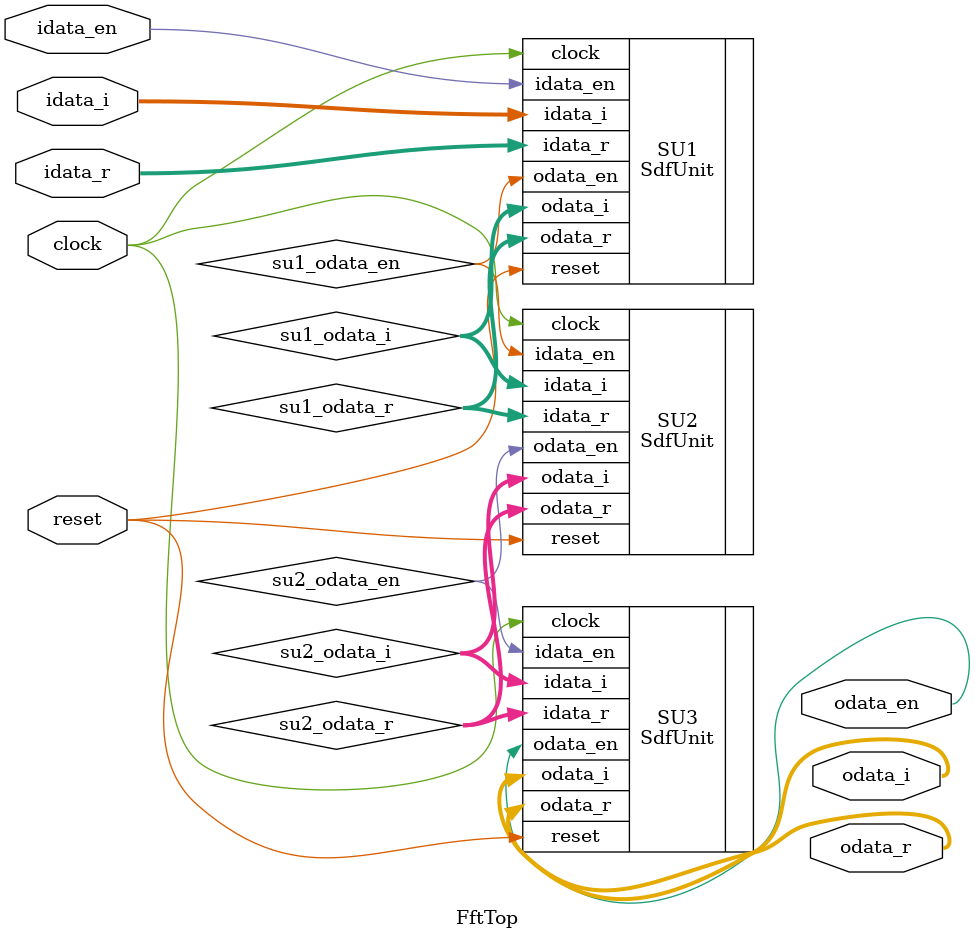
<source format=v>
module FftTop #(
    parameter   WIDTH = 16      //  Data Word Length
)(
    input               clock,      //  Master Clock
    input               reset,      //  Active High Asynchronous Reset
    input               idata_en,   //  Input Data Enable
    input   [WIDTH-1:0] idata_r,    //  Input Data (Real)
    input   [WIDTH-1:0] idata_i,    //  Input Data (Imag)
    output              odata_en,   //  Output Data Enable
    output  [WIDTH-1:0] odata_r,    //  Output Data (Real)
    output  [WIDTH-1:0] odata_i     //  Output Data (Imag)
);

//----------------------------------------------------------------------
//  Internal Nets
//----------------------------------------------------------------------
wire            su1_odata_en;
wire[WIDTH-1:0] su1_odata_r;
wire[WIDTH-1:0] su1_odata_i;
wire            su2_odata_en;
wire[WIDTH-1:0] su2_odata_r;
wire[WIDTH-1:0] su2_odata_i;

//----------------------------------------------------------------------
//  Module Instances
//----------------------------------------------------------------------
SdfUnit #(.N(64),.STAGE(1),.WIDTH(WIDTH),.TW_FF(0),.TW_REDUCE(0)) SU1 (
    .clock      (clock          ),  //  i
    .reset      (reset          ),  //  i
    .idata_en   (idata_en       ),  //  i
    .idata_r    (idata_r        ),  //  i
    .idata_i    (idata_i        ),  //  i
    .odata_en   (su1_odata_en   ),  //  o
    .odata_r    (su1_odata_r    ),  //  o
    .odata_i    (su1_odata_i    )   //  o
);

SdfUnit #(.N(64),.STAGE(2),.WIDTH(WIDTH),.TW_FF(0),.TW_REDUCE(0)) SU2 (
    .clock      (clock          ),  //  i
    .reset      (reset          ),  //  i
    .idata_en   (su1_odata_en   ),  //  i
    .idata_r    (su1_odata_r    ),  //  i
    .idata_i    (su1_odata_i    ),  //  i
    .odata_en   (su2_odata_en   ),  //  o
    .odata_r    (su2_odata_r    ),  //  o
    .odata_i    (su2_odata_i    )   //  o
);

SdfUnit #(.N(64),.STAGE(3),.WIDTH(WIDTH),.TW_FF(0),.TW_REDUCE(0)) SU3 (
    .clock      (clock          ),  //  i
    .reset      (reset          ),  //  i
    .idata_en   (su2_odata_en   ),  //  i
    .idata_r    (su2_odata_r    ),  //  i
    .idata_i    (su2_odata_i    ),  //  i
    .odata_en   (odata_en       ),  //  o
    .odata_r    (odata_r        ),  //  o
    .odata_i    (odata_i        )   //  o
);

endmodule

</source>
